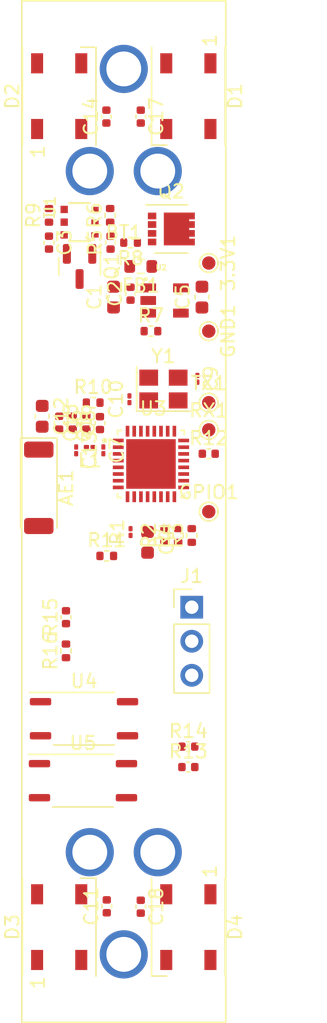
<source format=kicad_pcb>
(kicad_pcb (version 20211014) (generator pcbnew)
  (layers (0 "F.Cu" signal) (31 "B.Cu" signal) (34 "B.Paste" user) (35 "F.Paste" user) (36 "B.SilkS" user "B.Silkscreen") (37 "F.SilkS" user "F.Silkscreen") (38 "B.Mask" user) (39 "F.Mask" user) (44 "Edge.Cuts" user))
  (net 0 "")
  (net 1 "URXD")
  (net 2 "UTXD")
  (net 3 "/NRST")
  (net 4 "ADC")
  (net 5 "GND")
  (net 6 "Net-(R5-Pad2)")
  (net 7 "3V3")
  (net 8 "GPIO0")
  (net 9 "GPIO13")
  (net 10 "GPIO12")
  (net 11 "GPIO14")
  (net 12 "GPIO4")
  (net 13 "GPIO5")
  (net 14 "Net-(AE1-Pad1)")
  (net 15 "/LNA")
  (net 16 "V_BAT")
  (net 17 "Net-(D2-Pad2)")
  (net 18 "Net-(D3-Pad2)")
  (net 19 "Net-(C1-Pad2)")
  (net 20 "Net-(C9-Pad1)")
  (net 21 "Net-(D1-Pad2)")
  (net 22 "Net-(R12-Pad2)")
  (net 24 "/J1_ADC_IN")
  (net 25 "/GPIO15")
  (net 26 "/GPIO2")
  (net 27 "Net-(R7-Pad2)")
  (net 28 "Net-(Q1-Pad1)")
  (net 30 "/+BAT")
  (net 32 "Net-(R8-Pad2)")
  (net 33 "Net-(Q2-Pad4)")
  (net 34 "Net-(R6-Pad1)")
  (net 35 "Net-(R9-Pad1)")
  (net 36 "Net-(R10-Pad2)")
  (net 37 "Net-(R11-Pad2)")
  (net 38 "Net-(R13-Pad2)")
  (net 39 "Net-(R14-Pad1)")
  (net 40 "Net-(R15-Pad1)")
  (net 48 "Net-(C10-Pad1)")
  (footprint "RF_Antenna:Johanson_2450AT43F0100" (layer "F.Cu") (at 146.05 76.962 -90)
    (fp_text reference "AE1" (at 0 -2.05 90) (layer "F.SilkS"))
    (fp_text value "Antenna")
    (fp_line (start -3.71 -1.36) (end -3.71 1.36) (layer "F.SilkS") (width 0.12))
    (fp_line (start -3.71 1.36) (end 3 1.36) (layer "F.SilkS") (width 0.12))
    (fp_line (start 3 -1.36) (end -3.71 -1.36) (layer "F.SilkS") (width 0.12))
    (pad "1" smd roundrect locked (at -2.85 0 270) (size 1.2 2.2) (layers "F.Cu" "F.Paste" "F.Mask") (roundrect_rratio 0.208333) (net 14 "Net-(AE1-Pad1)"))
    (pad "2" smd roundrect locked (at 2.85 0 270) (size 1.2 2.2) (layers "F.Cu" "F.Paste" "F.Mask") (roundrect_rratio 0.208333))
  )
  (footprint "Resistor_SMD:R_0402_1005Metric" (layer "F.Cu") (at 148.082 89.124 90)
    (fp_text reference "R16" (at 0 -1.17 90) (layer "F.SilkS"))
    (fp_text value "300K")
    (fp_line (start -0.153641 -0.38) (end 0.153641 -0.38) (layer "F.SilkS") (width 0.12))
    (fp_line (start -0.153641 0.38) (end 0.153641 0.38) (layer "F.SilkS") (width 0.12))
    (pad "1" smd roundrect (at -0.51 0 90) (size 0.54 0.64) (layers "F.Cu" "F.Paste" "F.Mask") (net 5 "GND"))
    (pad "2" smd roundrect (at 0.51 0 90) (size 0.54 0.64) (layers "F.Cu" "F.Paste" "F.Mask") (net 40 "Net-(R15-Pad1)"))
  )
  (footprint "Capacitor_SMD:C_0402_1005Metric" (layer "F.Cu") (at 153.67 49.276 -90)
    (fp_text reference "C17" (at 0 -1.16 90) (layer "F.SilkS"))
    (fp_text value "100nF")
    (fp_line (start -0.107836 -0.36) (end 0.107836 -0.36) (layer "F.SilkS") (width 0.12))
    (fp_line (start -0.107836 0.36) (end 0.107836 0.36) (layer "F.SilkS") (width 0.12))
    (pad "1" smd roundrect (at -0.48 0 270) (size 0.56 0.62) (layers "F.Cu" "F.Paste" "F.Mask") (net 16 "V_BAT"))
    (pad "2" smd roundrect (at 0.48 0 270) (size 0.56 0.62) (layers "F.Cu" "F.Paste" "F.Mask") (net 5 "GND"))
  )
  (footprint "Capacitor_SMD:C_0402_1005Metric" (layer "F.Cu") (at 146.812 58.674 -90)
    (fp_text reference "C3" (at 0 -1.16 90) (layer "F.SilkS"))
    (fp_text value "100nF")
    (fp_line (start -0.107836 -0.36) (end 0.107836 -0.36) (layer "F.SilkS") (width 0.12))
    (fp_line (start -0.107836 0.36) (end 0.107836 0.36) (layer "F.SilkS") (width 0.12))
    (pad "1" smd roundrect (at -0.48 0 270) (size 0.56 0.62) (layers "F.Cu" "F.Paste" "F.Mask") (net 35 "Net-(R9-Pad1)"))
    (pad "2" smd roundrect (at 0.48 0 270) (size 0.56 0.62) (layers "F.Cu" "F.Paste" "F.Mask") (net 5 "GND"))
  )
  (footprint "TestPoint:TestPoint_Pad_D1.0mm" (layer "F.Cu") (at 158.75 65.278 -90)
    (fp_text reference "GND1" (at 0 -1.448 90) (layer "F.SilkS"))
    (fp_text value "TestPoint_Small")
    (fp_circle (center 0 0) (end 0 0.7) (layer "F.SilkS") (width 0.12) (fill none))
    (pad "1" smd circle (at 0 0 270) (size 1 1) (layers "F.Cu" "F.Mask") (net 5 "GND"))
  )
  (footprint "Capacitor_SMD:C_0402_1005Metric" (layer "F.Cu") (at 152.908 62.484 90)
    (fp_text reference "C2" (at 0 -1.16 90) (layer "F.SilkS"))
    (fp_text value "100nF")
    (fp_line (start -0.107836 -0.36) (end 0.107836 -0.36) (layer "F.SilkS") (width 0.12))
    (fp_line (start -0.107836 0.36) (end 0.107836 0.36) (layer "F.SilkS") (width 0.12))
    (pad "1" smd roundrect (at -0.48 0 90) (size 0.56 0.62) (layers "F.Cu" "F.Paste" "F.Mask") (net 5 "GND"))
    (pad "2" smd roundrect (at 0.48 0 90) (size 0.56 0.62) (layers "F.Cu" "F.Paste" "F.Mask") (net 19 "Net-(C1-Pad2)"))
  )
  (footprint "Capacitor_SMD:C_0402_1005Metric" (layer "F.Cu") (at 150.622 72.136 90)
    (fp_text reference "C16" (at 0 -1.16 90) (layer "F.SilkS"))
    (fp_text value "100nF")
    (fp_line (start -0.107836 0.36) (end 0.107836 0.36) (layer "F.SilkS") (width 0.12))
    (fp_line (start -0.107836 -0.36) (end 0.107836 -0.36) (layer "F.SilkS") (width 0.12))
    (pad "1" smd roundrect locked (at -0.48 0 90) (size 0.56 0.62) (layers "F.Cu" "F.Paste" "F.Mask") (net 7 "3V3"))
    (pad "2" smd roundrect locked (at 0.48 0 90) (size 0.56 0.62) (layers "F.Cu" "F.Paste" "F.Mask") (net 5 "GND"))
  )
  (footprint "Resistor_SMD:R_01005_0402Metric" (layer "F.Cu") (at 152.908 80.264 90)
    (fp_text reference "R1" (at 0 -1 90) (layer "F.SilkS"))
    (fp_text value "10K")
    (pad "1" smd roundrect (at -0.25 0 90) (size 0.4 0.3) (layers "F.Cu" "F.Mask") (net 7 "3V3"))
    (pad "2" smd roundrect (at 0.25 0 90) (size 0.4 0.3) (layers "F.Cu" "F.Mask") (net 3 "/NRST"))
  )
  (footprint "Capacitor_SMD:C_0402_1005Metric" (layer "F.Cu") (at 149.606 72.108 90)
    (fp_text reference "C15" (at 0 -1.16 90) (layer "F.SilkS"))
    (fp_text value "10nF")
    (fp_line (start -0.107836 0.36) (end 0.107836 0.36) (layer "F.SilkS") (width 0.12))
    (fp_line (start -0.107836 -0.36) (end 0.107836 -0.36) (layer "F.SilkS") (width 0.12))
    (pad "1" smd roundrect locked (at -0.48 0 90) (size 0.56 0.62) (layers "F.Cu" "F.Paste" "F.Mask") (net 7 "3V3"))
    (pad "2" smd roundrect locked (at 0.48 0 90) (size 0.56 0.62) (layers "F.Cu" "F.Paste" "F.Mask") (net 5 "GND"))
  )
  (footprint "TestPoint:TestPoint_Pad_D1.0mm" (layer "F.Cu") (at 158.75 60.198 -90)
    (fp_text reference "3.3V1" (at 0 -1.448 90) (layer "F.SilkS"))
    (fp_text value "TestPoint_Small")
    (fp_circle (center 0 0) (end 0 0.7) (layer "F.SilkS") (width 0.12) (fill none))
    (pad "1" smd circle (at 0 0 270) (size 1 1) (layers "F.Cu" "F.Mask") (net 7 "3V3"))
  )
  (footprint "Capacitor_SMD:C_0402_1005Metric" (layer "F.Cu") (at 148.082 86.614 90)
    (fp_text reference "R15" (at 0 -1.16 90) (layer "F.SilkS"))
    (fp_text value "1M")
    (fp_line (start -0.107836 -0.36) (end 0.107836 -0.36) (layer "F.SilkS") (width 0.12))
    (fp_line (start -0.107836 0.36) (end 0.107836 0.36) (layer "F.SilkS") (width 0.12))
    (pad "1" smd roundrect (at -0.48 0 90) (size 0.56 0.62) (layers "F.Cu" "F.Paste" "F.Mask") (net 40 "Net-(R15-Pad1)"))
    (pad "2" smd roundrect (at 0.48 0 90) (size 0.56 0.62) (layers "F.Cu" "F.Paste" "F.Mask") (net 16 "V_BAT"))
  )
  (footprint "TestPoint:TestPoint_Pad_D1.0mm" (layer "F.Cu") (at 158.75 72.644)
    (fp_text reference "RX1" (at 0 -1.448) (layer "F.SilkS"))
    (fp_text value "TestPoint_Small")
    (fp_circle (center 0 0) (end 0 0.7) (layer "F.SilkS") (width 0.12) (fill none))
    (pad "1" smd circle locked (at 0 0) (size 1 1) (layers "F.Cu" "F.Mask") (net 1 "URXD"))
  )
  (footprint "Capacitor_SMD:C_0402_1005Metric" (layer "F.Cu") (at 151.414 58.678 90)
    (fp_text reference "R5" (at 0 -1.16 90) (layer "F.SilkS"))
    (fp_text value "330")
    (fp_line (start -0.107836 -0.36) (end 0.107836 -0.36) (layer "F.SilkS") (width 0.12))
    (fp_line (start -0.107836 0.36) (end 0.107836 0.36) (layer "F.SilkS") (width 0.12))
    (pad "1" smd roundrect (at -0.48 0 90) (size 0.56 0.62) (layers "F.Cu" "F.Paste" "F.Mask") (net 28 "Net-(Q1-Pad1)"))
    (pad "2" smd roundrect (at 0.48 0 90) (size 0.56 0.62) (layers "F.Cu" "F.Paste" "F.Mask") (net 6 "Net-(R5-Pad2)"))
  )
  (footprint "Capacitor_SMD:C_0402_1005Metric" (layer "F.Cu") (at 148.59 72.108 -90)
    (fp_text reference "C8" (at 0 -1.16 90) (layer "F.SilkS"))
    (fp_text value "100nF")
    (fp_line (start -0.107836 0.36) (end 0.107836 0.36) (layer "F.SilkS") (width 0.12))
    (fp_line (start -0.107836 -0.36) (end 0.107836 -0.36) (layer "F.SilkS") (width 0.12))
    (pad "1" smd roundrect locked (at -0.48 0 270) (size 0.56 0.62) (layers "F.Cu" "F.Paste" "F.Mask") (net 5 "GND"))
    (pad "2" smd roundrect locked (at 0.48 0 270) (size 0.56 0.62) (layers "F.Cu" "F.Paste" "F.Mask") (net 7 "3V3"))
  )
  (footprint "Crystal:Crystal_SMD_3225-4Pin_3.2x2.5mm" (layer "F.Cu") (at 155.364 69.596)
    (fp_text reference "Y1" (at 0 -2.45) (layer "F.SilkS"))
    (fp_text value "26Mhz")
    (fp_line (start -2 1.65) (end 2 1.65) (layer "F.SilkS") (width 0.12))
    (fp_line (start -2 -1.65) (end -2 1.65) (layer "F.SilkS") (width 0.12))
    (pad "1" smd rect locked (at -1.1 0.85) (size 1.4 1.2) (layers "F.Cu" "F.Paste" "F.Mask") (net 48 "Net-(C10-Pad1)"))
    (pad "2" smd rect locked (at 1.1 0.85) (size 1.4 1.2) (layers "F.Cu" "F.Paste" "F.Mask") (net 5 "GND"))
    (pad "3" smd rect locked (at 1.1 -0.85) (size 1.4 1.2) (layers "F.Cu" "F.Paste" "F.Mask") (net 20 "Net-(C9-Pad1)"))
    (pad "4" smd rect locked (at -1.1 -0.85) (size 1.4 1.2) (layers "F.Cu" "F.Paste" "F.Mask") (net 5 "GND"))
  )
  (footprint "Capacitor_SMD:C_0402_1005Metric" (layer "F.Cu") (at 153.67 108.204 -90)
    (fp_text reference "C18" (at 0 -1.16 90) (layer "F.SilkS"))
    (fp_text value "100nF")
    (fp_line (start -0.107836 -0.36) (end 0.107836 -0.36) (layer "F.SilkS") (width 0.12))
    (fp_line (start -0.107836 0.36) (end 0.107836 0.36) (layer "F.SilkS") (width 0.12))
    (pad "1" smd roundrect (at -0.48 0 270) (size 0.56 0.62) (layers "F.Cu" "F.Paste" "F.Mask") (net 16 "V_BAT"))
    (pad "2" smd roundrect (at 0.48 0 270) (size 0.56 0.62) (layers "F.Cu" "F.Paste" "F.Mask") (net 5 "GND"))
  )
  (footprint "Capacitor_SMD:C_0402_1005Metric" (layer "F.Cu") (at 147.574 72.108 -90)
    (fp_text reference "C6" (at 0 -1.16 90) (layer "F.SilkS"))
    (fp_text value "100nF")
    (fp_line (start -0.107836 -0.36) (end 0.107836 -0.36) (layer "F.SilkS") (width 0.12))
    (fp_line (start -0.107836 0.36) (end 0.107836 0.36) (layer "F.SilkS") (width 0.12))
    (pad "1" smd roundrect locked (at -0.48 0 270) (size 0.56 0.62) (layers "F.Cu" "F.Paste" "F.Mask") (net 5 "GND"))
    (pad "2" smd roundrect locked (at 0.48 0 270) (size 0.56 0.62) (layers "F.Cu" "F.Paste" "F.Mask") (net 7 "3V3"))
  )
  (footprint "Resistor_SMD:R_0402_1005Metric" (layer "F.Cu") (at 154.432 65.278)
    (fp_text reference "R7" (at 0 -1.17) (layer "F.SilkS"))
    (fp_text value "10K")
    (fp_line (start -0.153641 0.38) (end 0.153641 0.38) (layer "F.SilkS") (width 0.12))
    (fp_line (start -0.153641 -0.38) (end 0.153641 -0.38) (layer "F.SilkS") (width 0.12))
    (pad "1" smd roundrect (at -0.51 0) (size 0.54 0.64) (layers "F.Cu" "F.Paste" "F.Mask") (net 19 "Net-(C1-Pad2)"))
    (pad "2" smd roundrect (at 0.51 0) (size 0.54 0.64) (layers "F.Cu" "F.Paste" "F.Mask") (net 27 "Net-(R7-Pad2)"))
  )
  (footprint "LED_SMD:LED_WS2812B_PLCC4_5.0x5.0mm_P3.2mm" (layer "F.Cu") (at 157.226 47.752 -90)
    (fp_text reference "D1" (at 0 -3.5 90) (layer "F.SilkS"))
    (fp_text value "WS2812B")
    (fp_text user "1" (at -4.15 -1.6 90) (layer "F.SilkS"))
    (fp_line (start 3.65 2.75) (end 3.65 1.6) (layer "F.SilkS") (width 0.12))
    (fp_line (start -3.65 -2.75) (end 3.65 -2.75) (layer "F.SilkS") (width 0.12))
    (fp_line (start -3.65 2.75) (end 3.65 2.75) (layer "F.SilkS") (width 0.12))
    (pad "1" smd rect (at -2.45 -1.65 270) (size 1.5 0.9) (layers "F.Cu" "F.Paste" "F.Mask") (net 16 "V_BAT"))
    (pad "2" smd rect (at -2.45 1.65 270) (size 1.5 0.9) (layers "F.Cu" "F.Paste" "F.Mask") (net 21 "Net-(D1-Pad2)"))
    (pad "3" smd rect (at 2.45 1.65 270) (size 1.5 0.9) (layers "F.Cu" "F.Paste" "F.Mask") (net 5 "GND"))
    (pad "4" smd rect (at 2.45 -1.65 270) (size 1.5 0.9) (layers "F.Cu" "F.Paste" "F.Mask") (net 12 "GPIO4"))
  )
  (footprint "Capacitor_SMD:C_01005_0402Metric" (layer "F.Cu") (at 148.844 74.168 -90)
    (fp_text reference "C13" (at 0 -1 90) (layer "F.SilkS"))
    (fp_text value "3.0pF")
    (pad "1" smd roundrect locked (at -0.25 0 270) (size 0.4 0.3) (layers "F.Cu" "F.Mask") (net 14 "Net-(AE1-Pad1)"))
    (pad "2" smd roundrect locked (at 0.25 0 270) (size 0.4 0.3) (layers "F.Cu" "F.Mask") (net 5 "GND"))
  )
  (footprint "Resistor_SMD:R_0402_1005Metric" (layer "F.Cu") (at 156.464 80.518 90)
    (fp_text reference "R4" (at 0 -1.17 90) (layer "F.SilkS"))
    (fp_text value "10k")
    (fp_line (start -0.153641 -0.38) (end 0.153641 -0.38) (layer "F.SilkS") (width 0.12))
    (fp_line (start -0.153641 0.38) (end 0.153641 0.38) (layer "F.SilkS") (width 0.12))
    (pad "1" smd roundrect (at -0.51 0 90) (size 0.54 0.64) (layers "F.Cu" "F.Paste" "F.Mask") (net 7 "3V3"))
    (pad "2" smd roundrect (at 0.51 0 90) (size 0.54 0.64) (layers "F.Cu" "F.Paste" "F.Mask") (net 26 "/GPIO2"))
  )
  (footprint "Capacitor_SMD:C_0603_1608Metric" (layer "F.Cu") (at 158.242 62.738 90)
    (fp_text reference "C5" (at 0 -1.43 90) (layer "F.SilkS"))
    (fp_text value "1uF")
    (fp_line (start -0.14058 -0.51) (end 0.14058 -0.51) (layer "F.SilkS") (width 0.12))
    (fp_line (start -0.14058 0.51) (end 0.14058 0.51) (layer "F.SilkS") (width 0.12))
    (pad "1" smd roundrect (at -0.775 0 90) (size 0.9 0.95) (layers "F.Cu" "F.Paste" "F.Mask") (net 5 "GND"))
    (pad "2" smd roundrect (at 0.775 0 90) (size 0.9 0.95) (layers "F.Cu" "F.Paste" "F.Mask") (net 7 "3V3"))
  )
  (footprint "LED_SMD:LED_WS2812B_PLCC4_5.0x5.0mm_P3.2mm" (layer "F.Cu") (at 147.574 47.752 90)
    (fp_text reference "D2" (at 0 -3.5 90) (layer "F.SilkS"))
    (fp_text value "WS2812B")
    (fp_text user "1" (at -4.15 -1.6 90) (layer "F.SilkS"))
    (fp_line (start 3.65 2.75) (end 3.65 1.6) (layer "F.SilkS") (width 0.12))
    (fp_line (start -3.65 2.75) (end 3.65 2.75) (layer "F.SilkS") (width 0.12))
    (fp_line (start -3.65 -2.75) (end 3.65 -2.75) (layer "F.SilkS") (width 0.12))
    (pad "1" smd rect (at -2.45 -1.65 90) (size 1.5 0.9) (layers "F.Cu" "F.Paste" "F.Mask") (net 16 "V_BAT"))
    (pad "2" smd rect (at -2.45 1.65 90) (size 1.5 0.9) (layers "F.Cu" "F.Paste" "F.Mask") (net 17 "Net-(D2-Pad2)"))
    (pad "3" smd rect (at 2.45 1.65 90) (size 1.5 0.9) (layers "F.Cu" "F.Paste" "F.Mask") (net 5 "GND"))
    (pad "4" smd rect (at 2.45 -1.65 90) (size 1.5 0.9) (layers "F.Cu" "F.Paste" "F.Mask") (net 21 "Net-(D1-Pad2)"))
  )
  (footprint "Capacitor_SMD:C_01005_0402Metric" (layer "F.Cu") (at 157.904 68.834 -90)
    (fp_text reference "C9" (at 0 -1 90) (layer "F.SilkS"))
    (fp_text value "10pF")
    (pad "1" smd roundrect locked (at -0.25 0 270) (size 0.4 0.3) (layers "F.Cu" "F.Mask") (net 20 "Net-(C9-Pad1)"))
    (pad "2" smd roundrect locked (at 0.25 0 270) (size 0.4 0.3) (layers "F.Cu" "F.Mask") (net 5 "GND"))
  )
  (footprint "Resistor_SMD:R_0402_1005Metric" (layer "F.Cu") (at 155.448 80.518 90)
    (fp_text reference "R2" (at 0 -1.17 90) (layer "F.SilkS"))
    (fp_text value "10K")
    (fp_line (start -0.153641 -0.38) (end 0.153641 -0.38) (layer "F.SilkS") (width 0.12))
    (fp_line (start -0.153641 0.38) (end 0.153641 0.38) (layer "F.SilkS") (width 0.12))
    (pad "1" smd roundrect (at -0.51 0 90) (size 0.54 0.64) (layers "F.Cu" "F.Paste" "F.Mask") (net 5 "GND"))
    (pad "2" smd roundrect (at 0.51 0 90) (size 0.54 0.64) (layers "F.Cu" "F.Paste" "F.Mask") (net 25 "/GPIO15"))
  )
  (footprint "Resistor_SMD:R_0402_1005Metric" (layer "F.Cu") (at 152.908 58.674 180)
    (fp_text reference "R8" (at 0 -1.17) (layer "F.SilkS"))
    (fp_text value "10K")
    (fp_line (start -0.153641 -0.38) (end 0.153641 -0.38) (layer "F.SilkS") (width 0.12))
    (fp_line (start -0.153641 0.38) (end 0.153641 0.38) (layer "F.SilkS") (width 0.12))
    (pad "1" smd roundrect (at -0.51 0 180) (size 0.54 0.64) (layers "F.Cu" "F.Paste" "F.Mask") (net 33 "Net-(Q2-Pad4)"))
    (pad "2" smd roundrect (at 0.51 0 180) (size 0.54 0.64) (layers "F.Cu" "F.Paste" "F.Mask") (net 32 "Net-(R8-Pad2)"))
  )
  (footprint "Package_TO_SOT_SMD:SOT-23" (layer "F.Cu") (at 149.098 60.452 -90)
    (fp_text reference "Q1" (at 0 -2.4 90) (layer "F.SilkS"))
    (fp_text value "IRLML2060")
    (fp_line (start 0 1.56) (end 0.65 1.56) (layer "F.SilkS") (width 0.12))
    (fp_line (start 0 -1.56) (end 0.65 -1.56) (layer "F.SilkS") (width 0.12))
    (fp_line (start 0 -1.56) (end -1.675 -1.56) (layer "F.SilkS") (width 0.12))
    (fp_line (start 0 1.56) (end -0.65 1.56) (layer "F.SilkS") (width 0.12))
    (pad "1" smd roundrect (at -0.9375 -0.95 270) (size 1.475 0.6) (layers "F.Cu" "F.Paste" "F.Mask") (net 28 "Net-(Q1-Pad1)"))
    (pad "2" smd roundrect (at -0.9375 0.95 270) (size 1.475 0.6) (layers "F.Cu" "F.Paste" "F.Mask") (net 5 "GND"))
    (pad "3" smd roundrect (at 0.9375 0 270) (size 1.475 0.6) (layers "F.Cu" "F.Paste" "F.Mask") (net 32 "Net-(R8-Pad2)"))
  )
  (footprint "Capacitor_SMD:C_0402_1005Metric" (layer "F.Cu") (at 157.226 96.266)
    (fp_text reference "R14" (at 0 -1.16) (layer "F.SilkS"))
    (fp_text value "330")
    (fp_line (start -0.107836 0.36) (end 0.107836 0.36) (layer "F.SilkS") (width 0.12))
    (fp_line (start -0.107836 -0.36) (end 0.107836 -0.36) (layer "F.SilkS") (width 0.12))
    (pad "1" smd roundrect (at -0.48 0) (size 0.56 0.62) (layers "F.Cu" "F.Paste" "F.Mask") (net 39 "Net-(R14-Pad1)"))
    (pad "2" smd roundrect (at 0.48 0) (size 0.56 0.62) (layers "F.Cu" "F.Paste" "F.Mask") (net 5 "GND"))
  )
  (footprint "TestPoint:TestPoint_Pad_D1.0mm" (layer "F.Cu") (at 158.75 70.612)
    (fp_text reference "TX1" (at 0 -1.448) (layer "F.SilkS"))
    (fp_text value "TestPoint_Small")
    (fp_circle (center 0 0) (end 0 0.7) (layer "F.SilkS") (width 0.12) (fill none))
    (pad "1" smd circle locked (at 0 0) (size 1 1) (layers "F.Cu" "F.Mask") (net 2 "UTXD"))
  )
  (footprint "Capacitor_SMD:C_0603_1608Metric" (layer "F.Cu") (at 146.304 71.628 -90)
    (fp_text reference "C12" (at 0 -1.43 90) (layer "F.SilkS"))
    (fp_text value "1uF")
    (fp_line (start -0.14058 0.51) (end 0.14058 0.51) (layer "F.SilkS") (width 0.12))
    (fp_line (start -0.14058 -0.51) (end 0.14058 -0.51) (layer "F.SilkS") (width 0.12))
    (pad "1" smd roundrect locked (at -0.775 0 270) (size 0.9 0.95) (layers "F.Cu" "F.Paste" "F.Mask") (net 5 "GND"))
    (pad "2" smd roundrect locked (at 0.775 0 270) (size 0.9 0.95) (layers "F.Cu" "F.Paste" "F.Mask") (net 7 "3V3"))
  )
  (footprint "DW01:SOT23-6" (layer "F.Cu") (at 149.098 57.15 90)
    (fp_text reference "U1" (at 1.143 -2.21 90) (layer "F.SilkS") (effects (font (size 0.8 0.8))))
    (fp_text value "DW01")
    (fp_line (start 1.422 -0.781) (end 1.422 0.781) (layer "F.SilkS") (width 0.1524))
    (fp_line (start -1.423 0.781) (end -1.423 -0.781) (layer "F.SilkS") (width 0.1524))
    (fp_circle (center -1.15 0.5) (end -1.05 0.5) (layer "F.SilkS") (width 0) (fill solid))
    (pad "1" smd rect locked (at -0.95 1.15 90) (size 0.4 0.55) (layers "F.Cu" "F.Paste" "F.Mask") (net 6 "Net-(R5-Pad2)"))
    (pad "2" smd rect locked (at 0 1.15 90) (size 0.4 0.55) (layers "F.Cu" "F.Paste" "F.Mask") (net 34 "Net-(R6-Pad1)"))
    (pad "3" smd rect locked (at 0.95 1.15 90) (size 0.4 0.55) (layers "F.Cu" "F.Paste" "F.Mask"))
    (pad "4" smd rect locked (at 0.95 -1.15 90) (size 0.55 0.55) (layers "F.Cu" "F.Paste" "F.Mask"))
    (pad "5" smd rect locked (at 0 -1.15 90) (size 0.55 0.55) (layers "F.Cu" "F.Paste" "F.Mask") (net 35 "Net-(R9-Pad1)"))
    (pad "6" smd rect locked (at -0.95 -1.15 90) (size 0.55 0.55) (layers "F.Cu" "F.Paste" "F.Mask") (net 5 "GND"))
  )
  (footprint "Connector_PinHeader_2.54mm:PinHeader_1x03_P2.54mm_Vertical" (layer "F.Cu") (at 157.48 85.867)
    (fp_text reference "J1" (at 0 -2.33) (layer "F.SilkS"))
    (fp_text value "01x03")
    (fp_line (start -1.33 -1.33) (end 0 -1.33) (layer "F.SilkS") (width 0.12))
    (fp_line (start 1.33 1.27) (end 1.33 6.41) (layer "F.SilkS") (width 0.12))
    (fp_line (start -1.33 0) (end -1.33 -1.33) (layer "F.SilkS") (width 0.12))
    (fp_line (start -1.33 1.27) (end -1.33 6.41) (layer "F.SilkS") (width 0.12))
    (fp_line (start -1.33 1.27) (end 1.33 1.27) (layer "F.SilkS") (width 0.12))
    (fp_line (start -1.33 6.41) (end 1.33 6.41) (layer "F.SilkS") (width 0.12))
    (pad "1" thru_hole rect (at 0 0) (size 1.7 1.7) (drill 1) (layers *.Cu *.Mask) (net 24 "/J1_ADC_IN"))
    (pad "2" thru_hole oval (at 0 2.54) (size 1.7 1.7) (drill 1) (layers *.Cu *.Mask) (net 16 "V_BAT"))
    (pad "3" thru_hole oval (at 0 5.08) (size 1.7 1.7) (drill 1) (layers *.Cu *.Mask) (net 5 "GND"))
  )
  (footprint "Capacitor_SMD:C_0603_1608Metric" (layer "F.Cu") (at 151.638 62.738 90)
    (fp_text reference "C1" (at 0 -1.43 90) (layer "F.SilkS"))
    (fp_text value "1uF")
    (fp_line (start -0.14058 0.51) (end 0.14058 0.51) (layer "F.SilkS") (width 0.12))
    (fp_line (start -0.14058 -0.51) (end 0.14058 -0.51) (layer "F.SilkS") (width 0.12))
    (pad "1" smd roundrect (at -0.775 0 90) (size 0.9 0.95) (layers "F.Cu" "F.Paste" "F.Mask") (net 5 "GND"))
    (pad "2" smd roundrect (at 0.775 0 90) (size 0.9 0.95) (layers "F.Cu" "F.Paste" "F.Mask") (net 19 "Net-(C1-Pad2)"))
  )
  (footprint "Capacitor_SMD:C_0402_1005Metric" (layer "F.Cu") (at 151.102 49.276 90)
    (fp_text reference "C14" (at 0 -1.16 90) (layer "F.SilkS"))
    (fp_text value "100nF")
    (fp_line (start -0.107836 0.36) (end 0.107836 0.36) (layer "F.SilkS") (width 0.12))
    (fp_line (start -0.107836 -0.36) (end 0.107836 -0.36) (layer "F.SilkS") (width 0.12))
    (pad "1" smd roundrect (at -0.48 0 90) (size 0.56 0.62) (layers "F.Cu" "F.Paste" "F.Mask") (net 16 "V_BAT"))
    (pad "2" smd roundrect (at 0.48 0 90) (size 0.56 0.62) (layers "F.Cu" "F.Paste" "F.Mask") (net 5 "GND"))
  )
  (footprint "Capacitor_SMD:C_0603_1608Metric" (layer "F.Cu") (at 154.178 81.026 -90)
    (fp_text reference "C4" (at 0 -1.43 90) (layer "F.SilkS"))
    (fp_text value "10uF")
    (fp_line (start -0.14058 0.51) (end 0.14058 0.51) (layer "F.SilkS") (width 0.12))
    (fp_line (start -0.14058 -0.51) (end 0.14058 -0.51) (layer "F.SilkS") (width 0.12))
    (pad "1" smd roundrect (at -0.775 0 270) (size 0.9 0.95) (layers "F.Cu" "F.Paste" "F.Mask") (net 3 "/NRST"))
    (pad "2" smd roundrect (at 0.775 0 270) (size 0.9 0.95) (layers "F.Cu" "F.Paste" "F.Mask") (net 5 "GND"))
  )
  (footprint "RT9193-33GB:SOT94P279X129-5N" (layer "F.Cu") (at 155.448 62.992)
    (fp_text reference "U2" (at -0.250735 -2.457239) (layer "F.SilkS") (effects (font (size 0.394865 0.394865))))
    (fp_text value "RT9193-33GB")
    (fp_circle (center -1.4 -1.6) (end -1.33 -1.6) (layer "F.SilkS") (width 0.14) (fill none))
    (pad "1" smd roundrect locked (at -1.22 -0.94 270) (size 0.67 1.17) (layers "F.Cu" "F.Paste" "F.Mask") (roundrect_rratio 0.07) (net 19 "Net-(C1-Pad2)"))
    (pad "2" smd roundrect locked (at -1.22 0 270) (size 0.67 1.17) (layers "F.Cu" "F.Paste" "F.Mask") (roundrect_rratio 0.07) (net 5 "GND"))
    (pad "3" smd roundrect locked (at -1.22 0.94 270) (size 0.67 1.17) (layers "F.Cu" "F.Paste" "F.Mask") (roundrect_rratio 0.07) (net 27 "Net-(R7-Pad2)"))
    (pad "4" smd roundrect locked (at 1.22 0.94 270) (size 0.67 1.17) (layers "F.Cu" "F.Paste" "F.Mask") (roundrect_rratio 0.07))
    (pad "5" smd roundrect locked (at 1.22 -0.94 270) (size 0.67 1.17) (layers "F.Cu" "F.Paste" "F.Mask") (roundrect_rratio 0.07) (net 7 "3V3"))
  )
  (footprint "Resistor_SMD:R_0603_1608Metric" (layer "F.Cu") (at 153.67 60.452 180)
    (fp_text reference "FB1" (at 0 -1.43) (layer "F.SilkS"))
    (fp_text value "100R")
    (fp_line (start -0.237258 0.5225) (end 0.237258 0.5225) (layer "F.SilkS") (width 0.12))
    (fp_line (start -0.237258 -0.5225) (end 0.237258 -0.5225) (layer "F.SilkS") (width 0.12))
    (pad "1" smd roundrect (at -0.825 0 180) (size 0.8 0.95) (layers "F.Cu" "F.Paste" "F.Mask") (net 16 "V_BAT"))
    (pad "2" smd roundrect (at 0.825 0 180) (size 0.8 0.95) (layers "F.Cu" "F.Paste" "F.Mask") (net 19 "Net-(C1-Pad2)"))
  )
  (footprint "TestPoint:TestPoint_Pad_D1.0mm" (layer "F.Cu") (at 158.75 78.74)
    (fp_text reference "GPIO1" (at 0 -1.448) (layer "F.SilkS"))
    (fp_text value "TestPoint_Small")
    (fp_circle (center 0 0) (end 0 0.7) (layer "F.SilkS") (width 0.12) (fill none))
    (pad "1" smd circle (at 0 0) (size 1 1) (layers "F.Cu" "F.Mask") (net 8 "GPIO0"))
  )
  (footprint "Resistor_SMD:R_0402_1005Metric" (layer "F.Cu") (at 151.384 56.642 90)
    (fp_text reference "R6" (at 0 -1.17 90) (layer "F.SilkS"))
    (fp_text value "1K")
    (fp_line (start -0.153641 0.38) (end 0.153641 0.38) (layer "F.SilkS") (width 0.12))
    (fp_line (start -0.153641 -0.38) (end 0.153641 -0.38) (layer "F.SilkS") (width 0.12))
    (pad "1" smd roundrect (at -0.51 0 90) (size 0.54 0.64) (layers "F.Cu" "F.Paste" "F.Mask") (net 34 "Net-(R6-Pad1)"))
    (pad "2" smd roundrect (at 0.51 0 90) (size 0.54 0.64) (layers "F.Cu" "F.Paste" "F.Mask") (net 32 "Net-(R8-Pad2)"))
  )
  (footprint "Capacitor_SMD:C_0402_1005Metric" (layer "F.Cu") (at 158.75 74.422)
    (fp_text reference "R12" (at 0 -1.16) (layer "F.SilkS"))
    (fp_text value "330")
    (fp_line (start -0.107836 -0.36) (end 0.107836 -0.36) (layer "F.SilkS") (width 0.12))
    (fp_line (start -0.107836 0.36) (end 0.107836 0.36) (layer "F.SilkS") (width 0.12))
    (pad "1" smd roundrect locked (at -0.48 0) (size 0.56 0.62) (layers "F.Cu" "F.Paste" "F.Mask") (net 13 "GPIO5"))
    (pad "2" smd roundrect locked (at 0.48 0) (size 0.56 0.62) (layers "F.Cu" "F.Paste" "F.Mask") (net 22 "Net-(R12-Pad2)"))
  )
  (footprint "Resistor_SMD:R_0402_1005Metric" (layer "F.Cu") (at 146.812 56.642 90)
    (fp_text reference "R9" (at 0 -1.17 90) (layer "F.SilkS"))
    (fp_text value "100")
    (fp_line (start -0.153641 0.38) (end 0.153641 0.38) (layer "F.SilkS") (width 0.12))
    (fp_line (start -0.153641 -0.38) (end 0.153641 -0.38) (layer "F.SilkS") (width 0.12))
    (pad "1" smd roundrect (at -0.51 0 90) (size 0.54 0.64) (layers "F.Cu" "F.Paste" "F.Mask") (net 35 "Net-(R9-Pad1)"))
    (pad "2" smd roundrect (at 0.51 0 90) (size 0.54 0.64) (layers "F.Cu" "F.Paste" "F.Mask") (net 30 "/+BAT"))
  )
  (footprint "Library:18650_footprint" (layer "F.Cu") (at 152.4 58.42)
    (fp_text reference "BT1" (at 0 -0.5 unlocked) (layer "F.SilkS"))
    (fp_text value "18650")
    (fp_rect (start 7.62 58.42) (end -7.62 -17.78) (layer "F.SilkS") (width 0.12) (fill none))
    (pad "1" thru_hole circle locked (at 0 -12.7) (size 3.6 3.6) (drill 2.6) (layers *.Cu *.Mask) (net 30 "/+BAT"))
    (pad "1" thru_hole circle locked (at 2.54 -5.08) (size 3.6 3.6) (drill 2.6) (layers *.Cu *.Mask) (net 30 "/+BAT"))
    (pad "1" thru_hole circle locked (at -2.54 -5.08) (size 3.6 3.6) (drill 2.6) (layers *.Cu *.Mask) (net 30 "/+BAT"))
    (pad "2" thru_hole circle locked (at -2.54 45.72) (size 3.6 3.6) (drill 2.6) (layers *.Cu *.Mask) (net 5 "GND"))
    (pad "2" thru_hole circle locked (at 0 53.34) (size 3.6 3.6) (drill 2.6) (layers *.Cu *.Mask) (net 5 "GND"))
    (pad "2" thru_hole circle locked (at 2.54 45.72) (size 3.6 3.6) (drill 2.6) (layers *.Cu *.Mask) (net 5 "GND"))
  )
  (footprint "Capacitor_SMD:C_0402_1005Metric" (layer "F.Cu") (at 151.13 108.176 90)
    (fp_text reference "C11" (at 0 -1.16 90) (layer "F.SilkS"))
    (fp_text value "100nF")
    (fp_line (start -0.107836 0.36) (end 0.107836 0.36) (layer "F.SilkS") (width 0.12))
    (fp_line (start -0.107836 -0.36) (end 0.107836 -0.36) (layer "F.SilkS") (width 0.12))
    (pad "1" smd roundrect (at -0.48 0 90) (size 0.56 0.62) (layers "F.Cu" "F.Paste" "F.Mask") (net 16 "V_BAT"))
    (pad "2" smd roundrect (at 0.48 0 90) (size 0.56 0.62) (layers "F.Cu" "F.Paste" "F.Mask") (net 5 "GND"))
  )
  (footprint "Package_SO:SOIC-4_4.55x3.7mm_P2.54mm" (layer "F.Cu") (at 149.352 98.806)
    (fp_text reference "U5" (at 0 -2.8) (layer "F.SilkS"))
    (fp_text value "TLP185")
    (fp_line (start 0 -1.96) (end -4.05 -1.96) (layer "F.SilkS") (width 0.12))
    (fp_line (start 0 -1.96) (end 2.275 -1.96) (layer "F.SilkS") (width 0.12))
    (fp_line (start 0 1.96) (end -2.275 1.96) (layer "F.SilkS") (width 0.12))
    (fp_line (start 0 1.96) (end 2.275 1.96) (layer "F.SilkS") (width 0.12))
    (pad "1" smd roundrect (at -3.25 -1.27) (size 1.6 0.55) (layers "F.Cu" "F.Paste" "F.Mask") (net 38 "Net-(R13-Pad2)"))
    (pad "3" smd roundrect (at -3.25 1.27) (size 1.6 0.55) (layers "F.Cu" "F.Paste" "F.Mask") (net 22 "Net-(R12-Pad2)"))
    (pad "4" smd roundrect (at 3.25 1.27) (size 1.6 0.55) (layers "F.Cu" "F.Paste" "F.Mask") (net 4 "ADC"))
    (pad "6" smd roundrect (at 3.25 -1.27) (size 1.6 0.55) (layers "F.Cu" "F.Paste" "F.Mask") (net 40 "Net-(R15-Pad1)"))
  )
  (footprint "Package_SO:SOIC-4_4.55x3.7mm_P2.54mm" (layer "F.Cu") (at 149.43 94.186)
    (fp_text reference "U4" (at 0 -2.8) (layer "F.SilkS"))
    (fp_text value "TLP185")
    (fp_line (start 0 -1.96) (end -4.05 -1.96) (layer "F.SilkS") (width 0.12))
    (fp_line (start 0 -1.96) (end 2.275 -1.96) (layer "F.SilkS") (width 0.12))
    (fp_line (start 0 1.96) (end -2.275 1.96) (layer "F.SilkS") (width 0.12))
    (fp_line (start 0 1.96) (end 2.275 1.96) (layer "F.SilkS") (width 0.12))
    (pad "1" smd roundrect (at -3.25 -1.27) (size 1.6 0.55) (layers "F.Cu" "F.Paste" "F.Mask") (net 22 "Net-(R12-Pad2)"))
    (pad "3" smd roundrect (at -3.25 1.27) (size 1.6 0.55) (layers "F.Cu" "F.Paste" "F.Mask") (net 39 "Net-(R14-Pad1)"))
    (pad "4" smd roundrect (at 3.25 1.27) (size 1.6 0.55) (layers "F.Cu" "F.Paste" "F.Mask") (net 4 "ADC"))
    (pad "6" smd roundrect (at 3.25 -1.27) (size 1.6 0.55) (layers "F.Cu" "F.Paste" "F.Mask") (net 24 "/J1_ADC_IN"))
  )
  (footprint "Capacitor_SMD:C_01005_0402Metric" (layer "F.Cu") (at 152.824 70.358 90)
    (fp_text reference "C10" (at 0 -1 90) (layer "F.SilkS"))
    (fp_text value "10pF")
    (pad "1" smd roundrect locked (at -0.25 0 90) (size 0.4 0.3) (layers "F.Cu" "F.Mask") (net 48 "Net-(C10-Pad1)"))
    (pad "2" smd roundrect locked (at 0.25 0 90) (size 0.4 0.3) (layers "F.Cu" "F.Mask") (net 5 "GND"))
  )
  (footprint "LED_SMD:LED_WS2812B_PLCC4_5.0x5.0mm_P3.2mm" (layer "F.Cu") (at 157.226 109.728 -90)
    (fp_text reference "D4" (at 0 -3.5 90) (layer "F.SilkS"))
    (fp_text value "WS2812B")
    (fp_text user "1" (at -4.15 -1.6 90) (layer "F.SilkS"))
    (fp_line (start -3.65 2.75) (end 3.65 2.75) (layer "F.SilkS") (width 0.12))
    (fp_line (start -3.65 -2.75) (end 3.65 -2.75) (layer "F.SilkS") (width 0.12))
    (fp_line (start 3.65 2.75) (end 3.65 1.6) (layer "F.SilkS") (width 0.12))
    (pad "1" smd rect (at -2.45 -1.65 270) (size 1.5 0.9) (layers "F.Cu" "F.Paste" "F.Mask") (net 16 "V_BAT"))
    (pad "2" smd rect (at -2.45 1.65 270) (size 1.5 0.9) (layers "F.Cu" "F.Paste" "F.Mask"))
    (pad "3" smd rect (at 2.45 1.65 270) (size 1.5 0.9) (layers "F.Cu" "F.Paste" "F.Mask") (net 5 "GND"))
    (pad "4" smd rect (at 2.45 -1.65 270) (size 1.5 0.9) (layers "F.Cu" "F.Paste" "F.Mask") (net 18 "Net-(D3-Pad2)"))
  )
  (footprint "LED_SMD:LED_WS2812B_PLCC4_5.0x5.0mm_P3.2mm" (layer "F.Cu") (at 147.574 109.728 90)
    (fp_text reference "D3" (at 0 -3.5 90) (layer "F.SilkS"))
    (fp_text value "WS2812B")
    (fp_text user "1" (at -4.15 -1.6 90) (layer "F.SilkS"))
    (fp_line (start 3.65 2.75) (end 3.65 1.6) (layer "F.SilkS") (width 0.12))
    (fp_line (start -3.65 -2.75) (end 3.65 -2.75) (layer "F.SilkS") (width 0.12))
    (fp_line (start -3.65 2.75) (end 3.65 2.75) (layer "F.SilkS") (width 0.12))
    (pad "1" smd rect (at -2.45 -1.65 90) (size 1.5 0.9) (layers "F.Cu" "F.Paste" "F.Mask") (net 16 "V_BAT"))
    (pad "2" smd rect (at -2.45 1.65 90) (size 1.5 0.9) (layers "F.Cu" "F.Paste" "F.Mask") (net 18 "Net-(D3-Pad2)"))
    (pad "3" smd rect (at 2.45 1.65 90) (size 1.5 0.9) (layers "F.Cu" "F.Paste" "F.Mask") (net 5 "GND"))
    (pad "4" smd rect (at 2.45 -1.65 90) (size 1.5 0.9) (layers "F.Cu" "F.Paste" "F.Mask") (net 17 "Net-(D2-Pad2)"))
  )
  (footprint "Inductor_SMD:L_01005_0402Metric" (layer "F.Cu") (at 149.86 73.914 180)
    (fp_text reference "L1" (at 0 -1) (layer "F.SilkS"))
    (fp_text value "2.2nH")
    (pad "1" smd roundrect locked (at -0.25 0 180) (size 0.4 0.3) (layers "F.Cu" "F.Mask") (net 15 "/LNA"))
    (pad "2" smd roundrect locked (at 0.25 0 180) (size 0.4 0.3) (layers "F.Cu" "F.Mask") (net 14 "Net-(AE1-Pad1)"))
  )
  (footprint "Capacitor_SMD:C_01005_0402Metric" (layer "F.Cu") (at 150.876 74.168 -90)
    (fp_text reference "C7" (at 0 -1 90) (layer "F.SilkS"))
    (fp_text value "2.4pF")
    (pad "1" smd roundrect locked (at -0.25 0 270) (size 0.4 0.3) (layers "F.Cu" "F.Mask") (net 15 "/LNA"))
    (pad "2" smd roundrect locked (at 0.25 0 270) (size 0.4 0.3) (layers "F.Cu" "F.Mask") (net 5 "GND"))
  )
  (footprint "Resistor_SMD:R_0402_1005Metric" (layer "F.Cu") (at 150.114 70.612)
    (fp_text reference "R10" (at 0 -1.17) (layer "F.SilkS"))
    (fp_text value "12K")
    (fp_line (start -0.153641 0.38) (end 0.153641 0.38) (layer "F.SilkS") (width 0.12))
    (fp_line (start -0.153641 -0.38) (end 0.153641 -0.38) (layer "F.SilkS") (width 0.12))
    (pad "1" smd roundrect locked (at -0.51 0) (size 0.54 0.64) (layers "F.Cu" "F.Paste" "F.Mask") (net 5 "GND"))
    (pad "2" smd roundrect locked (at 0.51 0) (size 0.54 0.64) (layers "F.Cu" "F.Paste" "F.Mask") (net 36 "Net-(R10-Pad2)"))
  )
  (footprint "Resistor_SMD:R_0402_1005Metric" (layer "F.Cu") (at 157.48 80.518 90)
    (fp_text reference "R3" (at 0 -1.17 90) (layer "F.SilkS"))
    (fp_text value "10K")
    (fp_line (start -0.153641 0.38) (end 0.153641 0.38) (layer "F.SilkS") (width 0.12))
    (fp_line (start -0.153641 -0.38) (end 0.153641 -0.38) (layer "F.SilkS") (width 0.12))
    (pad "1" smd roundrect (at -0.51 0 90) (size 0.54 0.64) (layers "F.Cu" "F.Paste" "F.Mask") (net 7 "3V3"))
    (pad "2" smd roundrect (at 0.51 0 90) (size 0.54 0.64) (layers "F.Cu" "F.Paste" "F.Mask") (net 8 "GPIO0"))
  )
  (footprint "ESP8285 (1):QFN50P500X500X90-33N" (layer "F.Cu") (at 154.432 75.184)
    (fp_text reference "U3" (at 0.175 -4.135) (layer "F.SilkS"))
    (fp_text value "ESP8285")
    (fp_line (start 2.5 -2.5) (end 2.5 -2.2) (layer "F.SilkS") (width 0.127))
    (fp_line (start -2.5 -2.5) (end -2.2 -2.5) (layer "F.SilkS") (width 0.127))
    (fp_line (start 2.5 2.5) (end 2.2 2.5) (layer "F.SilkS") (width 0.127))
    (fp_line (start 2.5 -2.5) (end 2.2 -2.5) (layer "F.SilkS") (width 0.127))
    (fp_line (start -2.5 2.5) (end -2.5 2.2) (layer "F.SilkS") (width 0.127))
    (fp_line (start 2.5 2.5) (end 2.5 2.2) (layer "F.SilkS") (width 0.127))
    (fp_line (start -2.5 -2.5) (end -2.5 -2.2) (layer "F.SilkS") (width 0.127))
    (fp_line (start -2.5 2.5) (end -2.2 2.5) (layer "F.SilkS") (width 0.127))
    (fp_circle (center -3.455 -1.75) (end -3.355 -1.75) (layer "F.SilkS") (width 0.2) (fill none))
    (pad "1" smd roundrect locked (at -2.445 -1.75) (size 0.81 0.27) (layers "F.Cu" "F.Paste" "F.Mask") (roundrect_rratio 0.03) (net 7 "3V3"))
    (pad "2" smd roundrect locked (at -2.445 -1.25) (size 0.81 0.27) (layers "F.Cu" "F.Paste" "F.Mask") (roundrect_rratio 0.03) (net 15 "/LNA"))
    (pad "3" smd roundrect locked (at -2.445 -0.75) (size 0.81 0.27) (layers "F.Cu" "F.Paste" "F.Mask") (roundrect_rratio 0.03) (net 7 "3V3"))
    (pad "4" smd roundrect locked (at -2.445 -0.25) (size 0.81 0.27) (layers "F.Cu" "F.Paste" "F.Mask") (roundrect_rratio 0.03) (net 7 "3V3"))
    (pad "5" smd roundrect locked (at -2.445 0.25) (size 0.81 0.27) (layers "F.Cu" "F.Paste" "F.Mask") (roundrect_rratio 0.03))
    (pad "6" smd roundrect locked (at -2.445 0.75) (size 0.81 0.27) (layers "F.Cu" "F.Paste" "F.Mask") (roundrect_rratio 0.03) (net 4 "ADC"))
    (pad "7" smd roundrect locked (at -2.445 1.25) (size 0.81 0.27) (layers "F.Cu" "F.Paste" "F.Mask") (roundrect_rratio 0.03) (net 37 "Net-(R11-Pad2)"))
    (pad "8" smd roundrect locked (at -2.445 1.75) (size 0.81 0.27) (layers "F.Cu" "F.Paste" "F.Mask") (roundrect_rratio 0.03) (net 3 "/NRST"))
    (pad "9" smd roundrect locked (at -1.75 2.445 90) (size 0.81 0.27) (layers "F.Cu" "F.Paste" "F.Mask") (roundrect_rratio 0.03) (net 11 "GPIO14"))
    (pad "10" smd roundrect locked (at -1.25 2.445 90) (size 0.81 0.27) (layers "F.Cu" "F.Paste" "F.Mask") (roundrect_rratio 0.03) (net 10 "GPIO12"))
    (pad "11" smd roundrect locked (at -0.75 2.445 90) (size 0.81 0.27) (layers "F.Cu" "F.Paste" "F.Mask") (roundrect_rratio 0.03) (net 7 "3V3"))
    (pad "12" smd roundrect locked (at -0.25 2.445 90) (size 0.81 0.27) (layers "F.Cu" "F.Paste" "F.Mask") (roundrect_rratio 0.03) (net 9 "GPIO13"))
    (pad "13" smd roundrect locked (at 0.25 2.445 90) (size 0.81 0.27) (layers "F.Cu" "F.Paste" "F.Mask") (roundrect_rratio 0.03) (net 25 "/GPIO15"))
    (pad "14" smd roundrect locked (at 0.75 2.445 90) (size 0.81 0.27) (layers "F.Cu" "F.Paste" "F.Mask") (roundrect_rratio 0.03) (net 26 "/GPIO2"))
    (pad "15" smd roundrect locked (at 1.25 2.445 90) (size 0.81 0.27) (layers "F.Cu" "F.Paste" "F.Mask") (roundrect_rratio 0.03) (net 8 "GPIO0"))
    (pad "16" smd roundrect locked (at 1.75 2.445 90) (size 0.81 0.27) (layers "F.Cu" "F.Paste" "F.Mask") (roundrect_rratio 0.03) (net 12 "GPIO4"))
    (pad "17" smd roundrect locked (at 2.445 1.75) (size 0.81 0.27) (layers "F.Cu" "F.Paste" "F.Mask") (roundrect_rratio 0.03) (net 7 "3V3"))
    (pad "18" smd roundrect locked (at 2.445 1.25) (size 0.81 0.27) (layers "F.Cu" "F.Paste" "F.Mask") (roundrect_rratio 0.03))
    (pad "19" smd roundrect locked (at 2.445 0.75) (size 0.81 0.27) (layers "F.Cu" "F.Paste" "F.Mask") (roundrect_rratio 0.03))
    (pad "20" smd roundrect locked (at 2.445 0.25) (size 0.81 0.27) (layers "F.Cu" "F.Paste" "F.Mask") (roundrect_rratio 0.03))
    (pad "21" smd roundrect locked (at 2.445 -0.25) (size 0.81 0.27) (layers "F.Cu" "F.Paste" "F.Mask") (roundrect_rratio 0.03))
    (pad "22" smd roundrect locked (at 2.445 -0.75) (size 0.81 0.27) (layers "F.Cu" "F.Paste" "F.Mask") (roundrect_rratio 0.03))
    (pad "23" smd roundrect locked (at 2.445 -1.25) (size 0.81 0.27) (layers "F.Cu" "F.Paste" "F.Mask") (roundrect_rratio 0.03))
    (pad "24" smd roundrect locked (at 2.445 -1.75) (size 0.81 0.27) (layers "F.Cu" "F.Paste" "F.Mask") (roundrect_rratio 0.03) (net 13 "GPIO5"))
    (pad "25" smd roundrect locked (at 1.75 -2.445 90) (size 0.81 0.27) (layers "F.Cu" "F.Paste" "F.Mask") (roundrect_rratio 0.03) (net 1 "URXD"))
    (pad "26" smd roundrect locked (at 1.25 -2.445 90) (size 0.81 0.27) (layers "F.Cu" "F.Paste" "F.Mask") (roundrect_rratio 0.03) (net 2 "UTXD"))
    (pad "27" smd roundrect locked (at 0.75 -2.445 90) (size 0.81 0.27) (layers "F.Cu" "F.Paste" "F.Mask") (roundrect_rratio 0.03) (net 20 "Net-(C9-Pad1)"))
    (pad "28" smd roundrect locked (at 0.25 -2.445 90) (size 0.81 0.27) (layers "F.Cu" "F.Paste" "F.Mask") (roundrect_rratio 0.03) (net 48 "Net-(C10-Pad1)"))
    (pad "29" smd roundrect locked (at -0.25 -2.445 90) (size 0.81 0.27) (layers "F.Cu" "F.Paste" "F.Mask") (roundrect_rratio 0.03) (net 7 "3V3"))
    (pad "30" smd roundrect locked (at -0.75 -2.445 90) (size 0.81 0.27) (layers "F.Cu" "F.Paste" "F.Mask") (roundrect_rratio 0.03) (net 7 "3V3"))
    (pad "31" smd roundrect locked (at -1.25 -2.445 90) (size 0.81 0.27) (layers "F.Cu" "F.Paste" "F.Mask") (roundrect_rratio 0.03) (net 36 "Net-(R10-Pad2)"))
    (pad "32" smd roundrect locked (at -1.75 -2.445 90) (size 0.81 0.27) (layers "F.Cu" "F.Paste" "F.Mask") (roundrect_rratio 0.03) (net 3 "/NRST"))
    (pad "33" smd rect locked (at 0 0) (size 3.7 3.7) (layers "F.Cu" "F.Mask") (net 5 "GND"))
  )
  (footprint "Capacitor_SMD:C_0402_1005Metric" (layer "F.Cu") (at 157.226 97.79)
    (fp_text reference "R13" (at 0 -1.16) (layer "F.SilkS"))
    (fp_text value "330")
    (fp_line (start -0.107836 0.36) (end 0.107836 0.36) (layer "F.SilkS") (width 0.12))
    (fp_line (start -0.107836 -0.36) (end 0.107836 -0.36) (layer "F.SilkS") (width 0.12))
    (pad "1" smd roundrect (at -0.48 0) (size 0.56 0.62) (layers "F.Cu" "F.Paste" "F.Mask") (net 16 "V_BAT"))
    (pad "2" smd roundrect (at 0.48 0) (size 0.56 0.62) (layers "F.Cu" "F.Paste" "F.Mask") (net 38 "Net-(R13-Pad2)"))
  )
  (footprint "Package_SON:VSON-8_3.3x3.3mm_P0.65mm_NexFET" (layer "F.Cu") (at 155.956 57.658)
    (fp_text reference "Q2" (at 0 -2.8) (layer "F.SilkS"))
    (fp_text value "P-Chan Mosfet")
    (fp_line (start -1.9 -1.8) (end 1.23 -1.8) (layer "F.SilkS") (width 0.12))
    (fp_line (start -1.23 1.8) (end 1.23 1.8) (layer "F.SilkS") (width 0.12))
    (pad "1" smd rect (at -1.44 -0.97) (size 0.63 0.5) (layers "F.Cu" "F.Paste" "F.Mask") (net 30 "/+BAT"))
    (pad "2" smd rect (at -1.44 -0.33) (size 0.63 0.5) (layers "F.Cu" "F.Paste" "F.Mask") (net 30 "/+BAT"))
    (pad "3" smd rect (at -1.44 0.33) (size 0.63 0.5) (layers "F.Cu" "F.Paste" "F.Mask") (net 30 "/+BAT"))
    (pad "4" smd rect (at -1.44 0.97) (size 0.63 0.5) (layers "F.Cu" "F.Paste" "F.Mask") (net 33 "Net-(Q2-Pad4)"))
    (pad "5" smd custom (at 0.385 0) (size 1.9 2.45) (layers "F.Cu" "F.Mask") (net 16 "V_BAT") (options (clearance outline) (anchor rect)) (primitives (gr_poly (pts (xy 1.371 -0.72) (xy 0.95 -0.72) (xy 0.95 -0.58) (xy 1.37 -0.58) (xy 1.37 -0.08) (xy 0.95 -0.08) (xy 0.95 0.08) (xy 1.37 0.08) (xy 1.37 0.58) (xy 0.95 0.58) (xy 0.95 0.72) (xy 1.37 0.72) (xy 1.37 1.225) (xy -0.95 1.225) (xy -0.95 -1.225) (xy 1.371 -1.225)) (width 0) (fill yes))))
  )
  (footprint "Resistor_SMD:R_0402_1005Metric" (layer "F.Cu") (at 151.13 82.042)
    (fp_text reference "R11" (at 0 -1.17) (layer "F.SilkS"))
    (fp_text value "10K")
    (fp_line (start -0.153641 -0.38) (end 0.153641 -0.38) (layer "F.SilkS") (width 0.12))
    (fp_line (start -0.153641 0.38) (end 0.153641 0.38) (layer "F.SilkS") (width 0.12))
    (pad "1" smd roundrect (at -0.51 0) (size 0.54 0.64) (layers "F.Cu" "F.Paste" "F.Mask") (net 7 "3V3"))
    (pad "2" smd roundrect (at 0.51 0) (size 0.54 0.64) (layers "F.Cu" "F.Paste" "F.Mask") (net 37 "Net-(R11-Pad2)"))
  )
)
</source>
